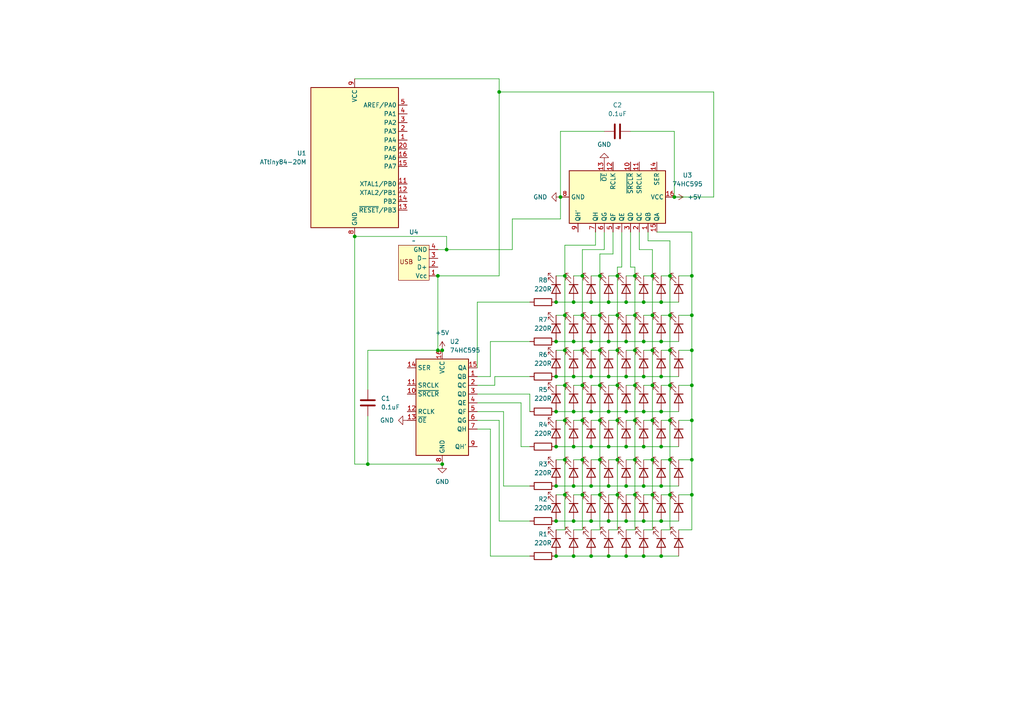
<source format=kicad_sch>
(kicad_sch (version 20231120) (generator "eeschema") (generator_version "8.0")
  (paper "A4")
  (lib_symbols
    (symbol "74xx:74HC595"
      (property "Reference" "U" (at -7.62 13.97 0))
      (property "Value" "74HC595" (at -7.62 -16.51 0))
      (symbol "74HC595_1_0"
        (pin tri_state line (at 10.16 7.62 180) (length 2.54) (name "QB") (number "1"))
        (pin input line (at -10.16 2.54 0) (length 2.54) (name "~{SRCLR}") (number "10"))
        (pin input line (at -10.16 5.08 0) (length 2.54) (name "SRCLK") (number "11"))
        (pin input line (at -10.16 -2.54 0) (length 2.54) (name "RCLK") (number "12"))
        (pin input line (at -10.16 -5.08 0) (length 2.54) (name "~{OE}") (number "13"))
        (pin input line (at -10.16 10.16 0) (length 2.54) (name "SER") (number "14"))
        (pin tri_state line (at 10.16 10.16 180) (length 2.54) (name "QA") (number "15"))
        (pin power_in line (at 0 15.24 270) (length 2.54) (name "VCC") (number "16"))
        (pin tri_state line (at 10.16 5.08 180) (length 2.54) (name "QC") (number "2"))
        (pin tri_state line (at 10.16 2.54 180) (length 2.54) (name "QD") (number "3"))
        (pin tri_state line (at 10.16 0 180) (length 2.54) (name "QE") (number "4"))
        (pin tri_state line (at 10.16 -2.54 180) (length 2.54) (name "QF") (number "5"))
        (pin tri_state line (at 10.16 -5.08 180) (length 2.54) (name "QG") (number "6"))
        (pin tri_state line (at 10.16 -7.62 180) (length 2.54) (name "QH") (number "7"))
        (pin power_in line (at 0 -17.78 90) (length 2.54) (name "GND") (number "8"))
        (pin output line (at 10.16 -12.7 180) (length 2.54) (name "QH'") (number "9"))
      )
      (symbol "74HC595_1_1"
        (rectangle (start -7.62 12.7) (end 7.62 -15.24) (stroke (width 0.254)) (fill (type background)))
      )
    )
    (symbol "Device:C" (pin_numbers hide) (pin_names (offset 0.254))
      (property "Reference" "C" (at 0.635 2.54 0))
      (property "Value" "C" (at 0.635 -2.54 0))
      (symbol "C_0_1"
        (polyline (pts (xy -2.032 -0.762) (xy 2.032 -0.762)) (stroke (width 0.508)))
        (polyline (pts (xy -2.032 0.762) (xy 2.032 0.762)) (stroke (width 0.508)))
      )
      (symbol "C_1_1"
        (pin passive line (at 0 3.81 270) (length 2.794) (name "~") (number "1"))
        (pin passive line (at 0 -3.81 90) (length 2.794) (name "~") (number "2"))
      )
    )
    (symbol "Device:LED" (pin_numbers hide) (pin_names (offset 1.016) hide)
      (property "Reference" "D" (at 0 2.54 0))
      (property "Value" "LED" (at 0 -2.54 0))
      (symbol "LED_0_1"
        (polyline (pts (xy -1.27 -1.27) (xy -1.27 1.27)) (stroke (width 0.254)))
        (polyline (pts (xy -1.27 0) (xy 1.27 0)))
        (polyline (pts (xy 1.27 -1.27) (xy 1.27 1.27) (xy -1.27 0) (xy 1.27 -1.27)) (stroke (width 0.254)))
        (polyline (pts (xy -3.048 -0.762) (xy -4.572 -2.286) (xy -3.81 -2.286) (xy -4.572 -2.286) (xy -4.572 -1.524)))
        (polyline (pts (xy -1.778 -0.762) (xy -3.302 -2.286) (xy -2.54 -2.286) (xy -3.302 -2.286) (xy -3.302 -1.524)))
      )
      (symbol "LED_1_1"
        (pin passive line (at -3.81 0 0) (length 2.54) (name "K") (number "1"))
        (pin passive line (at 3.81 0 180) (length 2.54) (name "A") (number "2"))
      )
    )
    (symbol "Device:R" (pin_numbers hide) (pin_names (offset 0))
      (property "Reference" "R" (at 2.032 0 90))
      (property "Value" "R" (at 0 0 90))
      (symbol "R_0_1"
        (rectangle (start -1.016 -2.54) (end 1.016 2.54) (stroke (width 0.254)))
      )
      (symbol "R_1_1"
        (pin passive line (at 0 3.81 270) (length 1.27) (name "~") (number "1"))
        (pin passive line (at 0 -3.81 90) (length 1.27) (name "~") (number "2"))
      )
    )
    (symbol "MCU_Microchip_ATtiny:ATtiny84-20M"
      (property "Reference" "U" (at -12.7 21.59 0))
      (property "Value" "ATtiny84-20M" (at 2.54 -21.59 0))
      (symbol "ATtiny84-20M_0_1"
        (rectangle (start -12.7 -20.32) (end 12.7 20.32) (stroke (width 0.254)) (fill (type background)))
      )
      (symbol "ATtiny84-20M_1_1"
        (pin bidirectional line (at 15.24 5.08 180) (length 2.54) (name "PA4") (number "1"))
        (pin no_connect line (at -12.7 -10.16 0) (length 2.54) hide (name "NC") (number "10"))
        (pin bidirectional line (at 15.24 -7.62 180) (length 2.54) (name "XTAL1/PB0") (number "11"))
        (pin bidirectional line (at 15.24 -10.16 180) (length 2.54) (name "XTAL2/PB1") (number "12"))
        (pin bidirectional line (at 15.24 -15.24 180) (length 2.54) (name "~{RESET}/PB3") (number "13"))
        (pin bidirectional line (at 15.24 -12.7 180) (length 2.54) (name "PB2") (number "14"))
        (pin bidirectional line (at 15.24 -2.54 180) (length 2.54) (name "PA7") (number "15"))
        (pin bidirectional line (at 15.24 0 180) (length 2.54) (name "PA6") (number "16"))
        (pin no_connect line (at -12.7 -12.7 0) (length 2.54) hide (name "NC") (number "17"))
        (pin no_connect line (at -12.7 -15.24 0) (length 2.54) hide (name "NC") (number "18"))
        (pin no_connect line (at -12.7 -17.78 0) (length 2.54) hide (name "NC") (number "19"))
        (pin bidirectional line (at 15.24 7.62 180) (length 2.54) (name "PA3") (number "2"))
        (pin bidirectional line (at 15.24 2.54 180) (length 2.54) (name "PA5") (number "20"))
        (pin passive line (at 0 -22.86 90) (length 2.54) hide (name "GND") (number "21"))
        (pin bidirectional line (at 15.24 10.16 180) (length 2.54) (name "PA2") (number "3"))
        (pin bidirectional line (at 15.24 12.7 180) (length 2.54) (name "PA1") (number "4"))
        (pin bidirectional line (at 15.24 15.24 180) (length 2.54) (name "AREF/PA0") (number "5"))
        (pin no_connect line (at -12.7 -5.08 0) (length 2.54) hide (name "NC") (number "6"))
        (pin no_connect line (at -12.7 -7.62 0) (length 2.54) hide (name "NC") (number "7"))
        (pin power_in line (at 0 -22.86 90) (length 2.54) (name "GND") (number "8"))
        (pin power_in line (at 0 22.86 270) (length 2.54) (name "VCC") (number "9"))
      )
    )
    (symbol "MY_SYMBOL_LIBRARY:PCB_USB_CONN"
      (property "Reference" "U" (at 1.016 11.938 0))
      (symbol "PCB_USB_CONN_1_1"
        (rectangle (start 2.54 5.08) (end 11.43 -5.08) (fill (type background)))
        (text "USB" (at 9.144 -0.254 0) (effects (font (size 1.27 1.27))))
        (pin power_in line (at 0 3.81 0) (length 2.54) (name "Vcc") (number "1"))
        (pin bidirectional line (at 0 1.27 0) (length 2.54) (name "D+") (number "2"))
        (pin bidirectional line (at 0 -1.27 0) (length 2.54) (name "D-") (number "3"))
        (pin power_in line (at 0 -3.81 0) (length 2.54) (name "GND") (number "4"))
      )
    )
    (symbol "power:+5V" (power) (pin_numbers hide) (pin_names (offset 0) hide)
      (property "Value" "+5V" (at 0 3.556 0))
      (symbol "+5V_0_1"
        (polyline (pts (xy -0.762 1.27) (xy 0 2.54)))
        (polyline (pts (xy 0 0) (xy 0 2.54)))
        (polyline (pts (xy 0 2.54) (xy 0.762 1.27)))
      )
      (symbol "+5V_1_1"
        (pin power_in line (at 0 0 90) (length 0) (name "~") (number "1"))
      )
    )
    (symbol "power:GND" (power) (pin_numbers hide) (pin_names (offset 0) hide)
      (property "Value" "GND" (at 0 -3.81 0))
      (symbol "GND_0_1"
        (polyline (pts (xy 0 0) (xy 0 -1.27) (xy 1.27 -1.27) (xy 0 -2.54) (xy -1.27 -1.27) (xy 0 -1.27)))
      )
      (symbol "GND_1_1"
        (pin power_in line (at 0 0 270) (length 0) (name "~") (number "1"))
      )
    )
  )
  (junction (at 127 80.01))
  (junction (at 166.37 151.13))
  (junction (at 191.77 161.29))
  (junction (at 173.99 143.51))
  (junction (at 191.77 119.38))
  (junction (at 179.07 143.51))
  (junction (at 200.66 111.76))
  (junction (at 163.83 121.92))
  (junction (at 181.61 140.97))
  (junction (at 171.45 87.63))
  (junction (at 181.61 151.13))
  (junction (at 176.53 151.13))
  (junction (at 176.53 140.97))
  (junction (at 186.69 151.13))
  (junction (at 189.23 111.76))
  (junction (at 171.45 109.22))
  (junction (at 191.77 140.97))
  (junction (at 181.61 87.63))
  (junction (at 171.45 119.38))
  (junction (at 194.31 133.35))
  (junction (at 200.66 121.92))
  (junction (at 168.91 133.35))
  (junction (at 161.29 99.06))
  (junction (at 163.83 101.6))
  (junction (at 163.83 143.51))
  (junction (at 173.99 121.92))
  (junction (at 179.07 133.35))
  (junction (at 163.83 91.44))
  (junction (at 168.91 101.6))
  (junction (at 200.66 101.6))
  (junction (at 161.29 151.13))
  (junction (at 171.45 151.13))
  (junction (at 194.31 80.01))
  (junction (at 186.69 129.54))
  (junction (at 191.77 129.54))
  (junction (at 184.15 143.51))
  (junction (at 189.23 121.92))
  (junction (at 176.53 109.22))
  (junction (at 166.37 129.54))
  (junction (at 144.78 26.67))
  (junction (at 163.83 133.35))
  (junction (at 191.77 151.13))
  (junction (at 179.07 91.44))
  (junction (at 194.31 91.44))
  (junction (at 186.69 161.29))
  (junction (at 181.61 161.29))
  (junction (at 173.99 91.44))
  (junction (at 184.15 101.6))
  (junction (at 102.87 68.58))
  (junction (at 186.69 99.06))
  (junction (at 179.07 101.6))
  (junction (at 128.27 134.62))
  (junction (at 184.15 133.35))
  (junction (at 176.53 129.54))
  (junction (at 195.58 57.15))
  (junction (at 163.83 111.76))
  (junction (at 194.31 111.76))
  (junction (at 166.37 140.97))
  (junction (at 163.83 80.01))
  (junction (at 191.77 99.06))
  (junction (at 200.66 80.01))
  (junction (at 128.27 101.6))
  (junction (at 161.29 140.97))
  (junction (at 176.53 161.29))
  (junction (at 200.66 91.44))
  (junction (at 176.53 119.38))
  (junction (at 186.69 109.22))
  (junction (at 184.15 80.01))
  (junction (at 166.37 161.29))
  (junction (at 166.37 87.63))
  (junction (at 171.45 99.06))
  (junction (at 186.69 87.63))
  (junction (at 171.45 129.54))
  (junction (at 179.07 80.01))
  (junction (at 173.99 133.35))
  (junction (at 189.23 91.44))
  (junction (at 179.07 121.92))
  (junction (at 106.68 134.62))
  (junction (at 168.91 111.76))
  (junction (at 189.23 80.01))
  (junction (at 181.61 119.38))
  (junction (at 186.69 119.38))
  (junction (at 166.37 109.22))
  (junction (at 162.56 57.15))
  (junction (at 186.69 140.97))
  (junction (at 173.99 111.76))
  (junction (at 166.37 99.06))
  (junction (at 129.54 72.39))
  (junction (at 184.15 91.44))
  (junction (at 189.23 101.6))
  (junction (at 200.66 143.51))
  (junction (at 181.61 109.22))
  (junction (at 168.91 80.01))
  (junction (at 171.45 140.97))
  (junction (at 127 101.6))
  (junction (at 161.29 119.38))
  (junction (at 161.29 87.63))
  (junction (at 184.15 111.76))
  (junction (at 171.45 161.29))
  (junction (at 168.91 91.44))
  (junction (at 184.15 121.92))
  (junction (at 194.31 121.92))
  (junction (at 200.66 133.35))
  (junction (at 161.29 161.29))
  (junction (at 179.07 111.76))
  (junction (at 161.29 109.22))
  (junction (at 189.23 143.51))
  (junction (at 161.29 129.54))
  (junction (at 181.61 99.06))
  (junction (at 189.23 133.35))
  (junction (at 168.91 121.92))
  (junction (at 173.99 101.6))
  (junction (at 181.61 129.54))
  (junction (at 168.91 143.51))
  (junction (at 166.37 119.38))
  (junction (at 191.77 109.22))
  (junction (at 194.31 143.51))
  (junction (at 176.53 99.06))
  (junction (at 173.99 80.01))
  (junction (at 191.77 87.63))
  (junction (at 194.31 101.6))
  (junction (at 176.53 87.63))
  (wire (pts (xy 196.85 101.6) (xy 200.66 101.6)))
  (wire (pts (xy 194.31 91.44) (xy 194.31 101.6)))
  (wire (pts (xy 189.23 121.92) (xy 189.23 133.35)))
  (wire (pts (xy 181.61 140.97) (xy 186.69 140.97)))
  (wire (pts (xy 186.69 161.29) (xy 191.77 161.29)))
  (wire (pts (xy 138.43 109.22) (xy 142.24 109.22)))
  (wire (pts (xy 127 101.6) (xy 128.27 101.6)))
  (wire (pts (xy 166.37 143.51) (xy 168.91 143.51)))
  (wire (pts (xy 182.88 38.1) (xy 195.58 38.1)))
  (wire (pts (xy 184.15 80.01) (xy 184.15 91.44)))
  (wire (pts (xy 171.45 121.92) (xy 173.99 121.92)))
  (wire (pts (xy 166.37 80.01) (xy 168.91 80.01)))
  (wire (pts (xy 163.83 143.51) (xy 163.83 133.35)))
  (wire (pts (xy 142.24 109.22) (xy 142.24 99.06)))
  (wire (pts (xy 185.42 67.31) (xy 185.42 72.39)))
  (wire (pts (xy 191.77 151.13) (xy 196.85 151.13)))
  (wire (pts (xy 171.45 143.51) (xy 173.99 143.51)))
  (wire (pts (xy 200.66 67.31) (xy 200.66 80.01)))
  (wire (pts (xy 173.99 133.35) (xy 173.99 121.92)))
  (wire (pts (xy 181.61 161.29) (xy 186.69 161.29)))
  (wire (pts (xy 194.31 111.76) (xy 194.31 121.92)))
  (wire (pts (xy 161.29 161.29) (xy 166.37 161.29)))
  (wire (pts (xy 186.69 111.76) (xy 189.23 111.76)))
  (wire (pts (xy 196.85 133.35) (xy 200.66 133.35)))
  (wire (pts (xy 129.54 72.39) (xy 148.59 72.39)))
  (wire (pts (xy 189.23 153.67) (xy 186.69 153.67)))
  (wire (pts (xy 181.61 129.54) (xy 186.69 129.54)))
  (wire (pts (xy 189.23 133.35) (xy 189.23 143.51)))
  (wire (pts (xy 168.91 143.51) (xy 168.91 133.35)))
  (wire (pts (xy 189.23 111.76) (xy 189.23 121.92)))
  (wire (pts (xy 168.91 91.44) (xy 168.91 80.01)))
  (wire (pts (xy 148.59 63.5) (xy 162.56 63.5)))
  (wire (pts (xy 176.53 140.97) (xy 181.61 140.97)))
  (wire (pts (xy 207.01 57.15) (xy 195.58 57.15)))
  (wire (pts (xy 173.99 111.76) (xy 173.99 101.6)))
  (wire (pts (xy 196.85 80.01) (xy 200.66 80.01)))
  (wire (pts (xy 181.61 99.06) (xy 186.69 99.06)))
  (wire (pts (xy 171.45 99.06) (xy 176.53 99.06)))
  (wire (pts (xy 106.68 113.03) (xy 106.68 101.6)))
  (wire (pts (xy 106.68 120.65) (xy 106.68 134.62)))
  (wire (pts (xy 161.29 153.67) (xy 163.83 153.67)))
  (wire (pts (xy 161.29 119.38) (xy 166.37 119.38)))
  (wire (pts (xy 127 80.01) (xy 127 101.6)))
  (wire (pts (xy 186.69 140.97) (xy 191.77 140.97)))
  (wire (pts (xy 184.15 143.51) (xy 184.15 153.67)))
  (wire (pts (xy 173.99 73.66) (xy 173.99 80.01)))
  (wire (pts (xy 181.61 133.35) (xy 184.15 133.35)))
  (wire (pts (xy 194.31 80.01) (xy 194.31 91.44)))
  (wire (pts (xy 176.53 151.13) (xy 181.61 151.13)))
  (wire (pts (xy 161.29 101.6) (xy 163.83 101.6)))
  (wire (pts (xy 161.29 133.35) (xy 163.83 133.35)))
  (wire (pts (xy 177.8 67.31) (xy 177.8 73.66)))
  (wire (pts (xy 191.77 101.6) (xy 194.31 101.6)))
  (wire (pts (xy 181.61 111.76) (xy 184.15 111.76)))
  (wire (pts (xy 166.37 153.67) (xy 168.91 153.67)))
  (wire (pts (xy 187.96 69.85) (xy 194.31 69.85)))
  (wire (pts (xy 181.61 151.13) (xy 186.69 151.13)))
  (wire (pts (xy 179.07 111.76) (xy 179.07 101.6)))
  (wire (pts (xy 171.45 111.76) (xy 173.99 111.76)))
  (wire (pts (xy 161.29 121.92) (xy 163.83 121.92)))
  (wire (pts (xy 176.53 99.06) (xy 181.61 99.06)))
  (wire (pts (xy 166.37 161.29) (xy 171.45 161.29)))
  (wire (pts (xy 200.66 80.01) (xy 200.66 91.44)))
  (wire (pts (xy 179.07 101.6) (xy 179.07 91.44)))
  (wire (pts (xy 194.31 69.85) (xy 194.31 80.01)))
  (wire (pts (xy 168.91 121.92) (xy 168.91 111.76)))
  (wire (pts (xy 162.56 38.1) (xy 162.56 57.15)))
  (wire (pts (xy 181.61 87.63) (xy 186.69 87.63)))
  (wire (pts (xy 184.15 121.92) (xy 184.15 133.35)))
  (wire (pts (xy 182.88 77.47) (xy 182.88 67.31)))
  (wire (pts (xy 168.91 153.67) (xy 168.91 143.51)))
  (wire (pts (xy 102.87 22.86) (xy 144.78 22.86)))
  (wire (pts (xy 144.78 121.92) (xy 144.78 151.13)))
  (wire (pts (xy 207.01 26.67) (xy 207.01 57.15)))
  (wire (pts (xy 181.61 121.92) (xy 184.15 121.92)))
  (wire (pts (xy 138.43 116.84) (xy 151.13 116.84)))
  (wire (pts (xy 200.66 143.51) (xy 200.66 133.35)))
  (wire (pts (xy 162.56 63.5) (xy 162.56 57.15)))
  (wire (pts (xy 143.51 111.76) (xy 143.51 109.22)))
  (wire (pts (xy 146.05 140.97) (xy 153.67 140.97)))
  (wire (pts (xy 184.15 153.67) (xy 181.61 153.67)))
  (wire (pts (xy 200.66 101.6) (xy 200.66 91.44)))
  (wire (pts (xy 191.77 129.54) (xy 196.85 129.54)))
  (wire (pts (xy 176.53 109.22) (xy 181.61 109.22)))
  (wire (pts (xy 171.45 161.29) (xy 176.53 161.29)))
  (wire (pts (xy 176.53 153.67) (xy 179.07 153.67)))
  (wire (pts (xy 172.72 67.31) (xy 172.72 71.12)))
  (wire (pts (xy 146.05 119.38) (xy 146.05 140.97)))
  (wire (pts (xy 168.91 111.76) (xy 168.91 101.6)))
  (wire (pts (xy 161.29 87.63) (xy 166.37 87.63)))
  (wire (pts (xy 138.43 87.63) (xy 153.67 87.63)))
  (wire (pts (xy 173.99 153.67) (xy 173.99 143.51)))
  (wire (pts (xy 171.45 140.97) (xy 176.53 140.97)))
  (wire (pts (xy 186.69 109.22) (xy 191.77 109.22)))
  (wire (pts (xy 166.37 87.63) (xy 171.45 87.63)))
  (wire (pts (xy 191.77 153.67) (xy 194.31 153.67)))
  (wire (pts (xy 184.15 91.44) (xy 184.15 101.6)))
  (wire (pts (xy 186.69 151.13) (xy 191.77 151.13)))
  (wire (pts (xy 173.99 121.92) (xy 173.99 111.76)))
  (wire (pts (xy 196.85 121.92) (xy 200.66 121.92)))
  (wire (pts (xy 200.66 121.92) (xy 200.66 111.76)))
  (wire (pts (xy 102.87 68.58) (xy 129.54 68.58)))
  (wire (pts (xy 161.29 129.54) (xy 166.37 129.54)))
  (wire (pts (xy 161.29 143.51) (xy 163.83 143.51)))
  (wire (pts (xy 196.85 143.51) (xy 200.66 143.51)))
  (wire (pts (xy 142.24 161.29) (xy 153.67 161.29)))
  (wire (pts (xy 163.83 91.44) (xy 163.83 80.01)))
  (wire (pts (xy 106.68 134.62) (xy 102.87 134.62)))
  (wire (pts (xy 176.53 101.6) (xy 179.07 101.6)))
  (wire (pts (xy 142.24 124.46) (xy 142.24 161.29)))
  (wire (pts (xy 172.72 71.12) (xy 163.83 71.12)))
  (wire (pts (xy 194.31 133.35) (xy 194.31 143.51)))
  (wire (pts (xy 138.43 106.68) (xy 138.43 87.63)))
  (wire (pts (xy 191.77 109.22) (xy 196.85 109.22)))
  (wire (pts (xy 200.66 153.67) (xy 200.66 143.51)))
  (wire (pts (xy 173.99 143.51) (xy 173.99 133.35)))
  (wire (pts (xy 191.77 99.06) (xy 196.85 99.06)))
  (wire (pts (xy 138.43 119.38) (xy 146.05 119.38)))
  (wire (pts (xy 185.42 72.39) (xy 189.23 72.39)))
  (wire (pts (xy 161.29 151.13) (xy 166.37 151.13)))
  (wire (pts (xy 144.78 22.86) (xy 144.78 26.67)))
  (wire (pts (xy 194.31 101.6) (xy 194.31 111.76)))
  (wire (pts (xy 186.69 91.44) (xy 189.23 91.44)))
  (wire (pts (xy 200.66 111.76) (xy 200.66 101.6)))
  (wire (pts (xy 171.45 119.38) (xy 176.53 119.38)))
  (wire (pts (xy 189.23 91.44) (xy 189.23 101.6)))
  (wire (pts (xy 168.91 72.39) (xy 168.91 80.01)))
  (wire (pts (xy 179.07 121.92) (xy 179.07 111.76)))
  (wire (pts (xy 181.61 143.51) (xy 184.15 143.51)))
  (wire (pts (xy 138.43 121.92) (xy 144.78 121.92)))
  (wire (pts (xy 138.43 111.76) (xy 143.51 111.76)))
  (wire (pts (xy 176.53 133.35) (xy 179.07 133.35)))
  (wire (pts (xy 195.58 38.1) (xy 195.58 57.15)))
  (wire (pts (xy 184.15 101.6) (xy 184.15 111.76)))
  (wire (pts (xy 176.53 119.38) (xy 181.61 119.38)))
  (wire (pts (xy 129.54 68.58) (xy 129.54 72.39)))
  (wire (pts (xy 173.99 91.44) (xy 173.99 80.01)))
  (wire (pts (xy 191.77 121.92) (xy 194.31 121.92)))
  (wire (pts (xy 166.37 91.44) (xy 168.91 91.44)))
  (wire (pts (xy 184.15 77.47) (xy 182.88 77.47)))
  (wire (pts (xy 184.15 133.35) (xy 184.15 143.51)))
  (wire (pts (xy 166.37 129.54) (xy 171.45 129.54)))
  (wire (pts (xy 189.23 72.39) (xy 189.23 80.01)))
  (wire (pts (xy 166.37 109.22) (xy 171.45 109.22)))
  (wire (pts (xy 127 72.39) (xy 129.54 72.39)))
  (wire (pts (xy 142.24 99.06) (xy 153.67 99.06)))
  (wire (pts (xy 166.37 101.6) (xy 168.91 101.6)))
  (wire (pts (xy 181.61 91.44) (xy 184.15 91.44)))
  (wire (pts (xy 163.83 111.76) (xy 163.83 101.6)))
  (wire (pts (xy 171.45 87.63) (xy 176.53 87.63)))
  (wire (pts (xy 166.37 121.92) (xy 168.91 121.92)))
  (wire (pts (xy 168.91 133.35) (xy 168.91 121.92)))
  (wire (pts (xy 179.07 133.35) (xy 179.07 121.92)))
  (wire (pts (xy 191.77 111.76) (xy 194.31 111.76)))
  (wire (pts (xy 175.26 72.39) (xy 168.91 72.39)))
  (wire (pts (xy 171.45 129.54) (xy 176.53 129.54)))
  (wire (pts (xy 144.78 26.67) (xy 207.01 26.67)))
  (wire (pts (xy 186.69 143.51) (xy 189.23 143.51)))
  (wire (pts (xy 186.69 121.92) (xy 189.23 121.92)))
  (wire (pts (xy 194.31 143.51) (xy 194.31 153.67)))
  (wire (pts (xy 186.69 99.06) (xy 191.77 99.06)))
  (wire (pts (xy 161.29 111.76) (xy 163.83 111.76)))
  (wire (pts (xy 163.83 153.67) (xy 163.83 143.51)))
  (wire (pts (xy 166.37 111.76) (xy 168.91 111.76)))
  (wire (pts (xy 175.26 38.1) (xy 162.56 38.1)))
  (wire (pts (xy 153.67 114.3) (xy 153.67 119.38)))
  (wire (pts (xy 181.61 119.38) (xy 186.69 119.38)))
  (wire (pts (xy 166.37 151.13) (xy 171.45 151.13)))
  (wire (pts (xy 151.13 116.84) (xy 151.13 129.54)))
  (wire (pts (xy 200.66 133.35) (xy 200.66 121.92)))
  (wire (pts (xy 176.53 121.92) (xy 179.07 121.92)))
  (wire (pts (xy 186.69 101.6) (xy 189.23 101.6)))
  (wire (pts (xy 171.45 153.67) (xy 173.99 153.67)))
  (wire (pts (xy 196.85 153.67) (xy 200.66 153.67)))
  (wire (pts (xy 176.53 129.54) (xy 181.61 129.54)))
  (wire (pts (xy 144.78 151.13) (xy 153.67 151.13)))
  (wire (pts (xy 189.23 143.51) (xy 189.23 153.67)))
  (wire (pts (xy 181.61 109.22) (xy 186.69 109.22)))
  (wire (pts (xy 191.77 87.63) (xy 196.85 87.63)))
  (wire (pts (xy 176.53 91.44) (xy 179.07 91.44)))
  (wire (pts (xy 191.77 143.51) (xy 194.31 143.51)))
  (wire (pts (xy 191.77 133.35) (xy 194.31 133.35)))
  (wire (pts (xy 106.68 101.6) (xy 127 101.6)))
  (wire (pts (xy 128.27 134.62) (xy 106.68 134.62)))
  (wire (pts (xy 191.77 161.29) (xy 196.85 161.29)))
  (wire (pts (xy 186.69 87.63) (xy 191.77 87.63)))
  (wire (pts (xy 173.99 101.6) (xy 173.99 91.44)))
  (wire (pts (xy 171.45 80.01) (xy 173.99 80.01)))
  (wire (pts (xy 179.07 143.51) (xy 179.07 133.35)))
  (wire (pts (xy 127 80.01) (xy 144.78 80.01)))
  (wire (pts (xy 166.37 140.97) (xy 171.45 140.97)))
  (wire (pts (xy 144.78 80.01) (xy 144.78 26.67)))
  (wire (pts (xy 176.53 80.01) (xy 179.07 80.01)))
  (wire (pts (xy 143.51 109.22) (xy 153.67 109.22)))
  (wire (pts (xy 177.8 73.66) (xy 173.99 73.66)))
  (wire (pts (xy 186.69 129.54) (xy 191.77 129.54)))
  (wire (pts (xy 190.5 67.31) (xy 200.66 67.31)))
  (wire (pts (xy 191.77 91.44) (xy 194.31 91.44)))
  (wire (pts (xy 186.69 119.38) (xy 191.77 119.38)))
  (wire (pts (xy 166.37 99.06) (xy 171.45 99.06)))
  (wire (pts (xy 180.34 67.31) (xy 180.34 77.47)))
  (wire (pts (xy 171.45 109.22) (xy 176.53 109.22)))
  (wire (pts (xy 186.69 80.01) (xy 189.23 80.01)))
  (wire (pts (xy 171.45 91.44) (xy 173.99 91.44)))
  (wire (pts (xy 184.15 77.47) (xy 184.15 80.01)))
  (wire (pts (xy 163.83 121.92) (xy 163.83 111.76)))
  (wire (pts (xy 189.23 80.01) (xy 189.23 91.44)))
  (wire (pts (xy 179.07 153.67) (xy 179.07 143.51)))
  (wire (pts (xy 196.85 111.76) (xy 200.66 111.76)))
  (wire (pts (xy 186.69 133.35) (xy 189.23 133.35)))
  (wire (pts (xy 176.53 87.63) (xy 181.61 87.63)))
  (wire (pts (xy 102.87 134.62) (xy 102.87 68.58)))
  (wire (pts (xy 166.37 119.38) (xy 171.45 119.38)))
  (wire (pts (xy 171.45 151.13) (xy 176.53 151.13)))
  (wire (pts (xy 181.61 101.6) (xy 184.15 101.6)))
  (wire (pts (xy 161.29 140.97) (xy 166.37 140.97)))
  (wire (pts (xy 163.83 71.12) (xy 163.83 80.01)))
  (wire (pts (xy 176.53 111.76) (xy 179.07 111.76)))
  (wire (pts (xy 161.29 109.22) (xy 166.37 109.22)))
  (wire (pts (xy 161.29 99.06) (xy 166.37 99.06)))
  (wire (pts (xy 187.96 67.31) (xy 187.96 69.85)))
  (wire (pts (xy 148.59 72.39) (xy 148.59 63.5)))
  (wire (pts (xy 151.13 129.54) (xy 153.67 129.54)))
  (wire (pts (xy 161.29 91.44) (xy 163.83 91.44)))
  (wire (pts (xy 176.53 143.51) (xy 179.07 143.51)))
  (wire (pts (xy 171.45 101.6) (xy 173.99 101.6)))
  (wire (pts (xy 191.77 119.38) (xy 196.85 119.38)))
  (wire (pts (xy 163.83 133.35) (xy 163.83 121.92)))
  (wire (pts (xy 171.45 133.35) (xy 173.99 133.35)))
  (wire (pts (xy 191.77 80.01) (xy 194.31 80.01)))
  (wire (pts (xy 138.43 114.3) (xy 153.67 114.3)))
  (wire (pts (xy 176.53 161.29) (xy 181.61 161.29)))
  (wire (pts (xy 175.26 67.31) (xy 175.26 72.39)))
  (wire (pts (xy 191.77 140.97) (xy 196.85 140.97)))
  (wire (pts (xy 138.43 124.46) (xy 142.24 124.46)))
  (wire (pts (xy 179.07 91.44) (xy 179.07 80.01)))
  (wire (pts (xy 180.34 77.47) (xy 179.07 77.47)))
  (wire (pts (xy 166.37 133.35) (xy 168.91 133.35)))
  (wire (pts (xy 161.29 80.01) (xy 163.83 80.01)))
  (wire (pts (xy 168.91 101.6) (xy 168.91 91.44)))
  (wire (pts (xy 196.85 91.44) (xy 200.66 91.44)))
  (wire (pts (xy 179.07 77.47) (xy 179.07 80.01)))
  (wire (pts (xy 163.83 101.6) (xy 163.83 91.44)))
  (wire (pts (xy 194.31 121.92) (xy 194.31 133.35)))
  (wire (pts (xy 189.23 101.6) (xy 189.23 111.76)))
  (wire (pts (xy 181.61 80.01) (xy 184.15 80.01)))
  (wire (pts (xy 184.15 111.76) (xy 184.15 121.92)))
  (symbol (lib_id "Device:LED") (at 196.85 83.82 270) (unit 1)
    (property "Reference" "D8" (effects (hide yes)))
    (property "Value" "LED" (effects (hide yes)))
    (property "Footprint" "LED_SMD:LED_1206_3216Metric" (effects (hide yes)))
    (property "Datasheet" "https://mm.digikey.com/Volume0/opasdata/d220001/medias/docus/5554/CTL1206DRD3T.pdf" (effects (hide yes)))
    (property "Description" "Light emitting diode" (effects (hide yes)))
  )
  (symbol (lib_id "Device:LED") (at 161.29 137.16 270) (unit 1)
    (property "Reference" "D41" (effects (hide yes)))
    (property "Value" "LED" (effects (hide yes)))
    (property "Footprint" "LED_SMD:LED_1206_3216Metric" (effects (hide yes)))
    (property "Datasheet" "https://mm.digikey.com/Volume0/opasdata/d220001/medias/docus/5554/CTL1206DRD3T.pdf" (effects (hide yes)))
    (property "Description" "Light emitting diode" (effects (hide yes)))
  )
  (symbol (lib_id "Device:LED") (at 186.69 115.57 270) (unit 1)
    (property "Reference" "D30" (effects (hide yes)))
    (property "Value" "LED" (effects (hide yes)))
    (property "Footprint" "LED_SMD:LED_1206_3216Metric" (effects (hide yes)))
    (property "Datasheet" "https://mm.digikey.com/Volume0/opasdata/d220001/medias/docus/5554/CTL1206DRD3T.pdf" (effects (hide yes)))
    (property "Description" "Light emitting diode" (effects (hide yes)))
  )
  (symbol (lib_id "Device:LED") (at 171.45 115.57 270) (unit 1)
    (property "Reference" "D27" (effects (hide yes)))
    (property "Value" "LED" (effects (hide yes)))
    (property "Footprint" "LED_SMD:LED_1206_3216Metric" (effects (hide yes)))
    (property "Datasheet" "https://mm.digikey.com/Volume0/opasdata/d220001/medias/docus/5554/CTL1206DRD3T.pdf" (effects (hide yes)))
    (property "Description" "Light emitting diode" (effects (hide yes)))
  )
  (symbol (lib_id "Device:LED") (at 181.61 95.25 270) (unit 1)
    (property "Reference" "D13" (effects (hide yes)))
    (property "Value" "LED" (effects (hide yes)))
    (property "Footprint" "LED_SMD:LED_1206_3216Metric" (effects (hide yes)))
    (property "Datasheet" "https://mm.digikey.com/Volume0/opasdata/d220001/medias/docus/5554/CTL1206DRD3T.pdf" (effects (hide yes)))
    (property "Description" "Light emitting diode" (effects (hide yes)))
  )
  (symbol (lib_id "Device:LED") (at 171.45 157.48 270) (unit 1)
    (property "Reference" "D59" (effects (hide yes)))
    (property "Value" "LED" (effects (hide yes)))
    (property "Footprint" "LED_SMD:LED_1206_3216Metric" (effects (hide yes)))
    (property "Datasheet" "https://mm.digikey.com/Volume0/opasdata/d220001/medias/docus/5554/CTL1206DRD3T.pdf" (effects (hide yes)))
    (property "Description" "Light emitting diode" (effects (hide yes)))
  )
  (symbol (lib_id "power:GND") (at 128.27 134.62 0) (unit 1)
    (property "Reference" "#PWR02" (effects (hide yes)))
    (property "Value" "GND" (at 128.27 139.7 0))
    (property "Description" "Power symbol creates a global label with name \"GND\" , ground" (effects (hide yes)))
  )
  (symbol (lib_id "Device:LED") (at 181.61 83.82 270) (unit 1)
    (property "Reference" "D5" (effects (hide yes)))
    (property "Value" "LED" (effects (hide yes)))
    (property "Footprint" "LED_SMD:LED_1206_3216Metric" (effects (hide yes)))
    (property "Datasheet" "https://mm.digikey.com/Volume0/opasdata/d220001/medias/docus/5554/CTL1206DRD3T.pdf" (effects (hide yes)))
    (property "Description" "Light emitting diode" (effects (hide yes)))
  )
  (symbol (lib_id "power:GND") (at 162.56 57.15 270) (unit 1)
    (property "Reference" "#PWR03" (effects (hide yes)))
    (property "Value" "GND" (at 158.75 57.1499 90) (effects (justify right)))
    (property "Description" "Power symbol creates a global label with name \"GND\" , ground" (effects (hide yes)))
  )
  (symbol (lib_id "Device:LED") (at 196.85 105.41 270) (unit 1)
    (property "Reference" "D24" (effects (hide yes)))
    (property "Value" "LED" (effects (hide yes)))
    (property "Footprint" "LED_SMD:LED_1206_3216Metric" (effects (hide yes)))
    (property "Datasheet" "https://mm.digikey.com/Volume0/opasdata/d220001/medias/docus/5554/CTL1206DRD3T.pdf" (effects (hide yes)))
    (property "Description" "Light emitting diode" (effects (hide yes)))
  )
  (symbol (lib_id "MY_SYMBOL_LIBRARY:PCB_USB_CONN") (at 127 76.2 180) (unit 1)
    (property "Reference" "U4" (at 120.015 67.31 0))
    (property "Value" "~" (at 120.015 69.85 0))
    (property "Footprint" "MY_FOOTPRINT_LIBRARY:PSB_USB_CONN" (effects (hide yes)))
  )
  (symbol (lib_id "Device:LED") (at 191.77 157.48 270) (unit 1)
    (property "Reference" "D63" (effects (hide yes)))
    (property "Value" "LED" (effects (hide yes)))
    (property "Footprint" "LED_SMD:LED_1206_3216Metric" (effects (hide yes)))
    (property "Datasheet" "https://mm.digikey.com/Volume0/opasdata/d220001/medias/docus/5554/CTL1206DRD3T.pdf" (effects (hide yes)))
    (property "Description" "Light emitting diode" (effects (hide yes)))
  )
  (symbol (lib_id "Device:LED") (at 161.29 157.48 270) (unit 1)
    (property "Reference" "D57" (effects (hide yes)))
    (property "Value" "LED" (effects (hide yes)))
    (property "Footprint" "LED_SMD:LED_1206_3216Metric" (effects (hide yes)))
    (property "Datasheet" "https://mm.digikey.com/Volume0/opasdata/d220001/medias/docus/5554/CTL1206DRD3T.pdf" (effects (hide yes)))
    (property "Description" "Light emitting diode" (effects (hide yes)))
  )
  (symbol (lib_id "74xx:74HC595") (at 180.34 57.15 270) (unit 1)
    (property "Reference" "U3" (at 199.39 50.8314 90))
    (property "Value" "74HC595" (at 199.39 53.3714 90))
    (property "Footprint" "Package_SO:SOIC-16_3.9x9.9mm_P1.27mm" (effects (hide yes)))
    (property "Datasheet" "http://www.ti.com/lit/ds/symlink/sn74hc595.pdf" (effects (hide yes)))
    (property "Description" "8-bit serial in/out Shift Register 3-State Outputs" (effects (hide yes)))
  )
  (symbol (lib_id "Device:LED") (at 196.85 95.25 270) (unit 1)
    (property "Reference" "D16" (effects (hide yes)))
    (property "Value" "LED" (effects (hide yes)))
    (property "Footprint" "LED_SMD:LED_1206_3216Metric" (effects (hide yes)))
    (property "Datasheet" "https://mm.digikey.com/Volume0/opasdata/d220001/medias/docus/5554/CTL1206DRD3T.pdf" (effects (hide yes)))
    (property "Description" "Light emitting diode" (effects (hide yes)))
  )
  (symbol (lib_id "Device:LED") (at 176.53 105.41 270) (unit 1)
    (property "Reference" "D20" (effects (hide yes)))
    (property "Value" "LED" (effects (hide yes)))
    (property "Footprint" "LED_SMD:LED_1206_3216Metric" (effects (hide yes)))
    (property "Datasheet" "https://mm.digikey.com/Volume0/opasdata/d220001/medias/docus/5554/CTL1206DRD3T.pdf" (effects (hide yes)))
    (property "Description" "Light emitting diode" (effects (hide yes)))
  )
  (symbol (lib_id "Device:LED") (at 176.53 115.57 270) (unit 1)
    (property "Reference" "D28" (effects (hide yes)))
    (property "Value" "LED" (effects (hide yes)))
    (property "Footprint" "LED_SMD:LED_1206_3216Metric" (effects (hide yes)))
    (property "Datasheet" "https://mm.digikey.com/Volume0/opasdata/d220001/medias/docus/5554/CTL1206DRD3T.pdf" (effects (hide yes)))
    (property "Description" "Light emitting diode" (effects (hide yes)))
  )
  (symbol (lib_id "Device:R") (at 157.48 161.29 90) (unit 1)
    (property "Reference" "R1" (at 157.48 154.94 90))
    (property "Value" "220R" (at 157.48 157.48 90))
    (property "Footprint" "Resistor_SMD:R_1206_3216Metric" (effects (hide yes)))
    (property "Description" "Resistor" (effects (hide yes)))
  )
  (symbol (lib_id "Device:LED") (at 176.53 147.32 270) (unit 1)
    (property "Reference" "D52" (effects (hide yes)))
    (property "Value" "LED" (effects (hide yes)))
    (property "Footprint" "LED_SMD:LED_1206_3216Metric" (effects (hide yes)))
    (property "Datasheet" "https://mm.digikey.com/Volume0/opasdata/d220001/medias/docus/5554/CTL1206DRD3T.pdf" (effects (hide yes)))
    (property "Description" "Light emitting diode" (effects (hide yes)))
  )
  (symbol (lib_id "Device:R") (at 157.48 87.63 90) (unit 1)
    (property "Reference" "R8" (at 157.48 81.28 90))
    (property "Value" "220R" (at 157.48 83.82 90))
    (property "Footprint" "Resistor_SMD:R_1206_3216Metric" (effects (hide yes)))
    (property "Description" "Resistor" (effects (hide yes)))
  )
  (symbol (lib_id "Device:R") (at 157.48 119.38 90) (unit 1)
    (property "Reference" "R5" (at 157.48 113.03 90))
    (property "Value" "220R" (at 157.48 115.57 90))
    (property "Footprint" "Resistor_SMD:R_1206_3216Metric" (effects (hide yes)))
    (property "Description" "Resistor" (effects (hide yes)))
  )
  (symbol (lib_id "Device:LED") (at 176.53 137.16 270) (unit 1)
    (property "Reference" "D44" (effects (hide yes)))
    (property "Value" "LED" (effects (hide yes)))
    (property "Footprint" "LED_SMD:LED_1206_3216Metric" (effects (hide yes)))
    (property "Datasheet" "https://mm.digikey.com/Volume0/opasdata/d220001/medias/docus/5554/CTL1206DRD3T.pdf" (effects (hide yes)))
    (property "Description" "Light emitting diode" (effects (hide yes)))
  )
  (symbol (lib_id "Device:LED") (at 181.61 105.41 270) (unit 1)
    (property "Reference" "D21" (effects (hide yes)))
    (property "Value" "LED" (effects (hide yes)))
    (property "Footprint" "LED_SMD:LED_1206_3216Metric" (effects (hide yes)))
    (property "Datasheet" "https://mm.digikey.com/Volume0/opasdata/d220001/medias/docus/5554/CTL1206DRD3T.pdf" (effects (hide yes)))
    (property "Description" "Light emitting diode" (effects (hide yes)))
  )
  (symbol (lib_id "Device:LED") (at 191.77 95.25 270) (unit 1)
    (property "Reference" "D15" (effects (hide yes)))
    (property "Value" "LED" (effects (hide yes)))
    (property "Footprint" "LED_SMD:LED_1206_3216Metric" (effects (hide yes)))
    (property "Datasheet" "https://mm.digikey.com/Volume0/opasdata/d220001/medias/docus/5554/CTL1206DRD3T.pdf" (effects (hide yes)))
    (property "Description" "Light emitting diode" (effects (hide yes)))
  )
  (symbol (lib_id "Device:LED") (at 191.77 137.16 270) (unit 1)
    (property "Reference" "D47" (effects (hide yes)))
    (property "Value" "LED" (effects (hide yes)))
    (property "Footprint" "LED_SMD:LED_1206_3216Metric" (effects (hide yes)))
    (property "Datasheet" "https://mm.digikey.com/Volume0/opasdata/d220001/medias/docus/5554/CTL1206DRD3T.pdf" (effects (hide yes)))
    (property "Description" "Light emitting diode" (effects (hide yes)))
  )
  (symbol (lib_id "Device:LED") (at 166.37 115.57 270) (unit 1)
    (property "Reference" "D26" (effects (hide yes)))
    (property "Value" "LED" (effects (hide yes)))
    (property "Footprint" "LED_SMD:LED_1206_3216Metric" (effects (hide yes)))
    (property "Datasheet" "https://mm.digikey.com/Volume0/opasdata/d220001/medias/docus/5554/CTL1206DRD3T.pdf" (effects (hide yes)))
    (property "Description" "Light emitting diode" (effects (hide yes)))
  )
  (symbol (lib_id "Device:R") (at 157.48 109.22 90) (unit 1)
    (property "Reference" "R6" (at 157.48 102.87 90))
    (property "Value" "220R" (at 157.48 105.41 90))
    (property "Footprint" "Resistor_SMD:R_1206_3216Metric" (effects (hide yes)))
    (property "Description" "Resistor" (effects (hide yes)))
  )
  (symbol (lib_id "Device:R") (at 157.48 99.06 90) (unit 1)
    (property "Reference" "R7" (at 157.48 92.71 90))
    (property "Value" "220R" (at 157.48 95.25 90))
    (property "Footprint" "Resistor_SMD:R_1206_3216Metric" (effects (hide yes)))
    (property "Description" "Resistor" (effects (hide yes)))
  )
  (symbol (lib_id "power:GND") (at 175.26 46.99 180) (unit 1)
    (property "Reference" "#PWR06" (effects (hide yes)))
    (property "Value" "GND" (at 175.26 41.91 0))
    (property "Description" "Power symbol creates a global label with name \"GND\" , ground" (effects (hide yes)))
  )
  (symbol (lib_id "power:+5V") (at 128.27 101.6 0) (unit 1)
    (property "Reference" "#PWR05" (effects (hide yes)))
    (property "Value" "+5V" (at 128.27 96.52 0))
    (property "Description" "Power symbol creates a global label with name \"+5V\"" (effects (hide yes)))
  )
  (symbol (lib_id "Device:LED") (at 191.77 83.82 270) (unit 1)
    (property "Reference" "D7" (effects (hide yes)))
    (property "Value" "LED" (effects (hide yes)))
    (property "Footprint" "LED_SMD:LED_1206_3216Metric" (effects (hide yes)))
    (property "Datasheet" "https://mm.digikey.com/Volume0/opasdata/d220001/medias/docus/5554/CTL1206DRD3T.pdf" (effects (hide yes)))
    (property "Description" "Light emitting diode" (effects (hide yes)))
  )
  (symbol (lib_id "MCU_Microchip_ATtiny:ATtiny84-20M") (at 102.87 45.72 0) (unit 1)
    (property "Reference" "U1" (at 88.9 44.4499 0) (effects (justify right)))
    (property "Value" "ATtiny84-20M" (at 88.9 46.9899 0) (effects (justify right)))
    (property "Footprint" "Package_DFN_QFN:QFN-20-1EP_4x4mm_P0.5mm_EP2.6x2.6mm" (effects (hide yes)))
    (property "Datasheet" "http://ww1.microchip.com/downloads/en/DeviceDoc/doc8006.pdf" (effects (hide yes)))
    (property "Description" "20MHz, 8kB Flash, 512B SRAM, 512B EEPROM, debugWIRE, QFN-20" (effects (hide yes)))
  )
  (symbol (lib_id "Device:LED") (at 171.45 147.32 270) (unit 1)
    (property "Reference" "D51" (effects (hide yes)))
    (property "Value" "LED" (effects (hide yes)))
    (property "Footprint" "LED_SMD:LED_1206_3216Metric" (effects (hide yes)))
    (property "Datasheet" "https://mm.digikey.com/Volume0/opasdata/d220001/medias/docus/5554/CTL1206DRD3T.pdf" (effects (hide yes)))
    (property "Description" "Light emitting diode" (effects (hide yes)))
  )
  (symbol (lib_id "Device:LED") (at 166.37 157.48 270) (unit 1)
    (property "Reference" "D58" (effects (hide yes)))
    (property "Value" "LED" (effects (hide yes)))
    (property "Footprint" "LED_SMD:LED_1206_3216Metric" (effects (hide yes)))
    (property "Datasheet" "https://mm.digikey.com/Volume0/opasdata/d220001/medias/docus/5554/CTL1206DRD3T.pdf" (effects (hide yes)))
    (property "Description" "Light emitting diode" (effects (hide yes)))
  )
  (symbol (lib_id "Device:R") (at 157.48 140.97 90) (unit 1)
    (property "Reference" "R3" (at 157.48 134.62 90))
    (property "Value" "220R" (at 157.48 137.16 90))
    (property "Footprint" "Resistor_SMD:R_1206_3216Metric" (effects (hide yes)))
    (property "Description" "Resistor" (effects (hide yes)))
  )
  (symbol (lib_id "Device:LED") (at 161.29 83.82 270) (unit 1)
    (property "Reference" "D1" (effects (hide yes)))
    (property "Value" "LED" (effects (hide yes)))
    (property "Footprint" "LED_SMD:LED_1206_3216Metric" (effects (hide yes)))
    (property "Datasheet" "https://mm.digikey.com/Volume0/opasdata/d220001/medias/docus/5554/CTL1206DRD3T.pdf" (effects (hide yes)))
    (property "Description" "Light emitting diode" (effects (hide yes)))
  )
  (symbol (lib_id "Device:LED") (at 196.85 125.73 270) (unit 1)
    (property "Reference" "D40" (effects (hide yes)))
    (property "Value" "LED" (effects (hide yes)))
    (property "Footprint" "LED_SMD:LED_1206_3216Metric" (effects (hide yes)))
    (property "Datasheet" "https://mm.digikey.com/Volume0/opasdata/d220001/medias/docus/5554/CTL1206DRD3T.pdf" (effects (hide yes)))
    (property "Description" "Light emitting diode" (effects (hide yes)))
  )
  (symbol (lib_id "Device:LED") (at 176.53 83.82 270) (unit 1)
    (property "Reference" "D4" (effects (hide yes)))
    (property "Value" "LED" (effects (hide yes)))
    (property "Footprint" "LED_SMD:LED_1206_3216Metric" (effects (hide yes)))
    (property "Datasheet" "https://mm.digikey.com/Volume0/opasdata/d220001/medias/docus/5554/CTL1206DRD3T.pdf" (effects (hide yes)))
    (property "Description" "Light emitting diode" (effects (hide yes)))
  )
  (symbol (lib_id "Device:LED") (at 186.69 157.48 270) (unit 1)
    (property "Reference" "D62" (effects (hide yes)))
    (property "Value" "LED" (effects (hide yes)))
    (property "Footprint" "LED_SMD:LED_1206_3216Metric" (effects (hide yes)))
    (property "Datasheet" "https://mm.digikey.com/Volume0/opasdata/d220001/medias/docus/5554/CTL1206DRD3T.pdf" (effects (hide yes)))
    (property "Description" "Light emitting diode" (effects (hide yes)))
  )
  (symbol (lib_id "Device:LED") (at 186.69 147.32 270) (unit 1)
    (property "Reference" "D54" (effects (hide yes)))
    (property "Value" "LED" (effects (hide yes)))
    (property "Footprint" "LED_SMD:LED_1206_3216Metric" (effects (hide yes)))
    (property "Datasheet" "https://mm.digikey.com/Volume0/opasdata/d220001/medias/docus/5554/CTL1206DRD3T.pdf" (effects (hide yes)))
    (property "Description" "Light emitting diode" (effects (hide yes)))
  )
  (symbol (lib_id "power:+5V") (at 195.58 57.15 270) (unit 1)
    (property "Reference" "#PWR04" (effects (hide yes)))
    (property "Value" "+5V" (at 199.39 57.1499 90) (effects (justify left)))
    (property "Description" "Power symbol creates a global label with name \"+5V\"" (effects (hide yes)))
  )
  (symbol (lib_id "Device:R") (at 157.48 151.13 90) (unit 1)
    (property "Reference" "R2" (at 157.48 144.78 90))
    (property "Value" "220R" (at 157.48 147.32 90))
    (property "Footprint" "Resistor_SMD:R_1206_3216Metric" (effects (hide yes)))
    (property "Description" "Resistor" (effects (hide yes)))
  )
  (symbol (lib_id "Device:LED") (at 186.69 95.25 270) (unit 1)
    (property "Reference" "D14" (effects (hide yes)))
    (property "Value" "LED" (effects (hide yes)))
    (property "Footprint" "LED_SMD:LED_1206_3216Metric" (effects (hide yes)))
    (property "Datasheet" "https://mm.digikey.com/Volume0/opasdata/d220001/medias/docus/5554/CTL1206DRD3T.pdf" (effects (hide yes)))
    (property "Description" "Light emitting diode" (effects (hide yes)))
  )
  (symbol (lib_id "Device:LED") (at 181.61 115.57 270) (unit 1)
    (property "Reference" "D29" (effects (hide yes)))
    (property "Value" "LED" (effects (hide yes)))
    (property "Footprint" "LED_SMD:LED_1206_3216Metric" (effects (hide yes)))
    (property "Datasheet" "https://mm.digikey.com/Volume0/opasdata/d220001/medias/docus/5554/CTL1206DRD3T.pdf" (effects (hide yes)))
    (property "Description" "Light emitting diode" (effects (hide yes)))
  )
  (symbol (lib_id "Device:LED") (at 181.61 157.48 270) (unit 1)
    (property "Reference" "D61" (effects (hide yes)))
    (property "Value" "LED" (effects (hide yes)))
    (property "Footprint" "LED_SMD:LED_1206_3216Metric" (effects (hide yes)))
    (property "Datasheet" "https://mm.digikey.com/Volume0/opasdata/d220001/medias/docus/5554/CTL1206DRD3T.pdf" (effects (hide yes)))
    (property "Description" "Light emitting diode" (effects (hide yes)))
  )
  (symbol (lib_id "Device:LED") (at 196.85 137.16 270) (unit 1)
    (property "Reference" "D48" (effects (hide yes)))
    (property "Value" "LED" (effects (hide yes)))
    (property "Footprint" "LED_SMD:LED_1206_3216Metric" (effects (hide yes)))
    (property "Datasheet" "https://mm.digikey.com/Volume0/opasdata/d220001/medias/docus/5554/CTL1206DRD3T.pdf" (effects (hide yes)))
    (property "Description" "Light emitting diode" (effects (hide yes)))
  )
  (symbol (lib_id "Device:LED") (at 181.61 125.73 270) (unit 1)
    (property "Reference" "D37" (effects (hide yes)))
    (property "Value" "LED" (effects (hide yes)))
    (property "Footprint" "LED_SMD:LED_1206_3216Metric" (effects (hide yes)))
    (property "Datasheet" "https://mm.digikey.com/Volume0/opasdata/d220001/medias/docus/5554/CTL1206DRD3T.pdf" (effects (hide yes)))
    (property "Description" "Light emitting diode" (effects (hide yes)))
  )
  (symbol (lib_id "Device:C") (at 106.68 116.84 0) (unit 1)
    (property "Reference" "C1" (at 110.49 115.5699 0) (effects (justify left)))
    (property "Value" "0.1uF" (at 110.49 118.1099 0) (effects (justify left)))
    (property "Footprint" "Capacitor_SMD:C_1206_3216Metric" (effects (hide yes)))
    (property "Description" "Unpolarized capacitor" (effects (hide yes)))
  )
  (symbol (lib_id "Device:LED") (at 161.29 147.32 270) (unit 1)
    (property "Reference" "D49" (effects (hide yes)))
    (property "Value" "LED" (effects (hide yes)))
    (property "Footprint" "LED_SMD:LED_1206_3216Metric" (effects (hide yes)))
    (property "Datasheet" "https://mm.digikey.com/Volume0/opasdata/d220001/medias/docus/5554/CTL1206DRD3T.pdf" (effects (hide yes)))
    (property "Description" "Light emitting diode" (effects (hide yes)))
  )
  (symbol (lib_id "Device:LED") (at 196.85 147.32 270) (unit 1)
    (property "Reference" "D56" (effects (hide yes)))
    (property "Value" "LED" (effects (hide yes)))
    (property "Footprint" "LED_SMD:LED_1206_3216Metric" (effects (hide yes)))
    (property "Datasheet" "https://mm.digikey.com/Volume0/opasdata/d220001/medias/docus/5554/CTL1206DRD3T.pdf" (effects (hide yes)))
    (property "Description" "Light emitting diode" (effects (hide yes)))
  )
  (symbol (lib_id "Device:LED") (at 191.77 115.57 270) (unit 1)
    (property "Reference" "D31" (effects (hide yes)))
    (property "Value" "LED" (effects (hide yes)))
    (property "Footprint" "LED_SMD:LED_1206_3216Metric" (effects (hide yes)))
    (property "Datasheet" "https://mm.digikey.com/Volume0/opasdata/d220001/medias/docus/5554/CTL1206DRD3T.pdf" (effects (hide yes)))
    (property "Description" "Light emitting diode" (effects (hide yes)))
  )
  (symbol (lib_id "Device:LED") (at 166.37 95.25 270) (unit 1)
    (property "Reference" "D10" (effects (hide yes)))
    (property "Value" "LED" (effects (hide yes)))
    (property "Footprint" "LED_SMD:LED_1206_3216Metric" (effects (hide yes)))
    (property "Datasheet" "https://mm.digikey.com/Volume0/opasdata/d220001/medias/docus/5554/CTL1206DRD3T.pdf" (effects (hide yes)))
    (property "Description" "Light emitting diode" (effects (hide yes)))
  )
  (symbol (lib_id "Device:LED") (at 166.37 125.73 270) (unit 1)
    (property "Reference" "D34" (effects (hide yes)))
    (property "Value" "LED" (effects (hide yes)))
    (property "Footprint" "LED_SMD:LED_1206_3216Metric" (effects (hide yes)))
    (property "Datasheet" "https://mm.digikey.com/Volume0/opasdata/d220001/medias/docus/5554/CTL1206DRD3T.pdf" (effects (hide yes)))
    (property "Description" "Light emitting diode" (effects (hide yes)))
  )
  (symbol (lib_id "Device:LED") (at 166.37 137.16 270) (unit 1)
    (property "Reference" "D42" (effects (hide yes)))
    (property "Value" "LED" (effects (hide yes)))
    (property "Footprint" "LED_SMD:LED_1206_3216Metric" (effects (hide yes)))
    (property "Datasheet" "https://mm.digikey.com/Volume0/opasdata/d220001/medias/docus/5554/CTL1206DRD3T.pdf" (effects (hide yes)))
    (property "Description" "Light emitting diode" (effects (hide yes)))
  )
  (symbol (lib_id "Device:LED") (at 196.85 157.48 270) (unit 1)
    (property "Reference" "D64" (effects (hide yes)))
    (property "Value" "LED" (effects (hide yes)))
    (property "Footprint" "LED_SMD:LED_1206_3216Metric" (effects (hide yes)))
    (property "Datasheet" "https://mm.digikey.com/Volume0/opasdata/d220001/medias/docus/5554/CTL1206DRD3T.pdf" (effects (hide yes)))
    (property "Description" "Light emitting diode" (effects (hide yes)))
  )
  (symbol (lib_id "Device:LED") (at 196.85 115.57 270) (unit 1)
    (property "Reference" "D32" (effects (hide yes)))
    (property "Value" "LED" (effects (hide yes)))
    (property "Footprint" "LED_SMD:LED_1206_3216Metric" (effects (hide yes)))
    (property "Datasheet" "https://mm.digikey.com/Volume0/opasdata/d220001/medias/docus/5554/CTL1206DRD3T.pdf" (effects (hide yes)))
    (property "Description" "Light emitting diode" (effects (hide yes)))
  )
  (symbol (lib_id "Device:LED") (at 181.61 137.16 270) (unit 1)
    (property "Reference" "D45" (effects (hide yes)))
    (property "Value" "LED" (effects (hide yes)))
    (property "Footprint" "LED_SMD:LED_1206_3216Metric" (effects (hide yes)))
    (property "Datasheet" "https://mm.digikey.com/Volume0/opasdata/d220001/medias/docus/5554/CTL1206DRD3T.pdf" (effects (hide yes)))
    (property "Description" "Light emitting diode" (effects (hide yes)))
  )
  (symbol (lib_id "Device:LED") (at 191.77 105.41 270) (unit 1)
    (property "Reference" "D23" (effects (hide yes)))
    (property "Value" "LED" (effects (hide yes)))
    (property "Footprint" "LED_SMD:LED_1206_3216Metric" (effects (hide yes)))
    (property "Datasheet" "https://mm.digikey.com/Volume0/opasdata/d220001/medias/docus/5554/CTL1206DRD3T.pdf" (effects (hide yes)))
    (property "Description" "Light emitting diode" (effects (hide yes)))
  )
  (symbol (lib_id "Device:LED") (at 171.45 95.25 270) (unit 1)
    (property "Reference" "D11" (effects (hide yes)))
    (property "Value" "LED" (effects (hide yes)))
    (property "Footprint" "LED_SMD:LED_1206_3216Metric" (effects (hide yes)))
    (property "Datasheet" "https://mm.digikey.com/Volume0/opasdata/d220001/medias/docus/5554/CTL1206DRD3T.pdf" (effects (hide yes)))
    (property "Description" "Light emitting diode" (effects (hide yes)))
  )
  (symbol (lib_id "Device:LED") (at 161.29 95.25 270) (unit 1)
    (property "Reference" "D9" (effects (hide yes)))
    (property "Value" "LED" (effects (hide yes)))
    (property "Footprint" "LED_SMD:LED_1206_3216Metric" (effects (hide yes)))
    (property "Datasheet" "https://mm.digikey.com/Volume0/opasdata/d220001/medias/docus/5554/CTL1206DRD3T.pdf" (effects (hide yes)))
    (property "Description" "Light emitting diode" (effects (hide yes)))
  )
  (symbol (lib_id "Device:LED") (at 186.69 137.16 270) (unit 1)
    (property "Reference" "D46" (effects (hide yes)))
    (property "Value" "LED" (effects (hide yes)))
    (property "Footprint" "LED_SMD:LED_1206_3216Metric" (effects (hide yes)))
    (property "Datasheet" "https://mm.digikey.com/Volume0/opasdata/d220001/medias/docus/5554/CTL1206DRD3T.pdf" (effects (hide yes)))
    (property "Description" "Light emitting diode" (effects (hide yes)))
  )
  (symbol (lib_id "power:GND") (at 118.11 121.92 270) (unit 1)
    (property "Reference" "#PWR01" (effects (hide yes)))
    (property "Value" "GND" (at 114.3 121.9199 90) (effects (justify right)))
    (property "Description" "Power symbol creates a global label with name \"GND\" , ground" (effects (hide yes)))
  )
  (symbol (lib_id "Device:LED") (at 191.77 147.32 270) (unit 1)
    (property "Reference" "D55" (effects (hide yes)))
    (property "Value" "LED" (effects (hide yes)))
    (property "Footprint" "LED_SMD:LED_1206_3216Metric" (effects (hide yes)))
    (property "Datasheet" "https://mm.digikey.com/Volume0/opasdata/d220001/medias/docus/5554/CTL1206DRD3T.pdf" (effects (hide yes)))
    (property "Description" "Light emitting diode" (effects (hide yes)))
  )
  (symbol (lib_id "Device:C") (at 179.07 38.1 90) (unit 1)
    (property "Reference" "C2" (at 179.07 30.48 90))
    (property "Value" "0.1uF" (at 179.07 33.02 90))
    (property "Footprint" "Capacitor_SMD:C_1206_3216Metric" (effects (hide yes)))
    (property "Description" "Unpolarized capacitor" (effects (hide yes)))
  )
  (symbol (lib_id "Device:LED") (at 176.53 95.25 270) (unit 1)
    (property "Reference" "D12" (effects (hide yes)))
    (property "Value" "LED" (effects (hide yes)))
    (property "Footprint" "LED_SMD:LED_1206_3216Metric" (effects (hide yes)))
    (property "Datasheet" "https://mm.digikey.com/Volume0/opasdata/d220001/medias/docus/5554/CTL1206DRD3T.pdf" (effects (hide yes)))
    (property "Description" "Light emitting diode" (effects (hide yes)))
  )
  (symbol (lib_id "Device:LED") (at 176.53 125.73 270) (unit 1)
    (property "Reference" "D36" (effects (hide yes)))
    (property "Value" "LED" (effects (hide yes)))
    (property "Footprint" "LED_SMD:LED_1206_3216Metric" (effects (hide yes)))
    (property "Datasheet" "https://mm.digikey.com/Volume0/opasdata/d220001/medias/docus/5554/CTL1206DRD3T.pdf" (effects (hide yes)))
    (property "Description" "Light emitting diode" (effects (hide yes)))
  )
  (symbol (lib_id "Device:LED") (at 176.53 157.48 270) (unit 1)
    (property "Reference" "D60" (effects (hide yes)))
    (property "Value" "LED" (effects (hide yes)))
    (property "Footprint" "LED_SMD:LED_1206_3216Metric" (effects (hide yes)))
    (property "Datasheet" "https://mm.digikey.com/Volume0/opasdata/d220001/medias/docus/5554/CTL1206DRD3T.pdf" (effects (hide yes)))
    (property "Description" "Light emitting diode" (effects (hide yes)))
  )
  (symbol (lib_id "Device:LED") (at 171.45 125.73 270) (unit 1)
    (property "Reference" "D35" (effects (hide yes)))
    (property "Value" "LED" (effects (hide yes)))
    (property "Footprint" "LED_SMD:LED_1206_3216Metric" (effects (hide yes)))
    (property "Datasheet" "https://mm.digikey.com/Volume0/opasdata/d220001/medias/docus/5554/CTL1206DRD3T.pdf" (effects (hide yes)))
    (property "Description" "Light emitting diode" (effects (hide yes)))
  )
  (symbol (lib_id "Device:LED") (at 171.45 137.16 270) (unit 1)
    (property "Reference" "D43" (effects (hide yes)))
    (property "Value" "LED" (effects (hide yes)))
    (property "Footprint" "LED_SMD:LED_1206_3216Metric" (effects (hide yes)))
    (property "Datasheet" "https://mm.digikey.com/Volume0/opasdata/d220001/medias/docus/5554/CTL1206DRD3T.pdf" (effects (hide yes)))
    (property "Description" "Light emitting diode" (effects (hide yes)))
  )
  (symbol (lib_id "Device:LED") (at 186.69 105.41 270) (unit 1)
    (property "Reference" "D22" (effects (hide yes)))
    (property "Value" "LED" (effects (hide yes)))
    (property "Footprint" "LED_SMD:LED_1206_3216Metric" (effects (hide yes)))
    (property "Datasheet" "https://mm.digikey.com/Volume0/opasdata/d220001/medias/docus/5554/CTL1206DRD3T.pdf" (effects (hide yes)))
    (property "Description" "Light emitting diode" (effects (hide yes)))
  )
  (symbol (lib_id "Device:LED") (at 166.37 83.82 270) (unit 1)
    (property "Reference" "D2" (effects (hide yes)))
    (property "Value" "LED" (effects (hide yes)))
    (property "Footprint" "LED_SMD:LED_1206_3216Metric" (effects (hide yes)))
    (property "Datasheet" "https://mm.digikey.com/Volume0/opasdata/d220001/medias/docus/5554/CTL1206DRD3T.pdf" (effects (hide yes)))
    (property "Description" "Light emitting diode" (effects (hide yes)))
  )
  (symbol (lib_id "Device:LED") (at 161.29 115.57 270) (unit 1)
    (property "Reference" "D25" (effects (hide yes)))
    (property "Value" "LED" (effects (hide yes)))
    (property "Footprint" "LED_SMD:LED_1206_3216Metric" (effects (hide yes)))
    (property "Datasheet" "https://mm.digikey.com/Volume0/opasdata/d220001/medias/docus/5554/CTL1206DRD3T.pdf" (effects (hide yes)))
    (property "Description" "Light emitting diode" (effects (hide yes)))
  )
  (symbol (lib_id "Device:LED") (at 181.61 147.32 270) (unit 1)
    (property "Reference" "D53" (effects (hide yes)))
    (property "Value" "LED" (effects (hide yes)))
    (property "Footprint" "LED_SMD:LED_1206_3216Metric" (effects (hide yes)))
    (property "Datasheet" "https://mm.digikey.com/Volume0/opasdata/d220001/medias/docus/5554/CTL1206DRD3T.pdf" (effects (hide yes)))
    (property "Description" "Light emitting diode" (effects (hide yes)))
  )
  (symbol (lib_id "Device:LED") (at 171.45 105.41 270) (unit 1)
    (property "Reference" "D19" (effects (hide yes)))
    (property "Value" "LED" (effects (hide yes)))
    (property "Footprint" "LED_SMD:LED_1206_3216Metric" (effects (hide yes)))
    (property "Datasheet" "https://mm.digikey.com/Volume0/opasdata/d220001/medias/docus/5554/CTL1206DRD3T.pdf" (effects (hide yes)))
    (property "Description" "Light emitting diode" (effects (hide yes)))
  )
  (symbol (lib_id "Device:LED") (at 186.69 125.73 270) (unit 1)
    (property "Reference" "D38" (effects (hide yes)))
    (property "Value" "LED" (effects (hide yes)))
    (property "Footprint" "LED_SMD:LED_1206_3216Metric" (effects (hide yes)))
    (property "Datasheet" "https://mm.digikey.com/Volume0/opasdata/d220001/medias/docus/5554/CTL1206DRD3T.pdf" (effects (hide yes)))
    (property "Description" "Light emitting diode" (effects (hide yes)))
  )
  (symbol (lib_id "Device:LED") (at 191.77 125.73 270) (unit 1)
    (property "Reference" "D39" (effects (hide yes)))
    (property "Value" "LED" (effects (hide yes)))
    (property "Footprint" "LED_SMD:LED_1206_3216Metric" (effects (hide yes)))
    (property "Datasheet" "https://mm.digikey.com/Volume0/opasdata/d220001/medias/docus/5554/CTL1206DRD3T.pdf" (effects (hide yes)))
    (property "Description" "Light emitting diode" (effects (hide yes)))
  )
  (symbol (lib_id "Device:LED") (at 166.37 105.41 270) (unit 1)
    (property "Reference" "D18" (effects (hide yes)))
    (property "Value" "LED" (effects (hide yes)))
    (property "Footprint" "LED_SMD:LED_1206_3216Metric" (effects (hide yes)))
    (property "Datasheet" "https://mm.digikey.com/Volume0/opasdata/d220001/medias/docus/5554/CTL1206DRD3T.pdf" (effects (hide yes)))
    (property "Description" "Light emitting diode" (effects (hide yes)))
  )
  (symbol (lib_id "Device:LED") (at 161.29 105.41 270) (unit 1)
    (property "Reference" "D17" (effects (hide yes)))
    (property "Value" "LED" (effects (hide yes)))
    (property "Footprint" "LED_SMD:LED_1206_3216Metric" (effects (hide yes)))
    (property "Datasheet" "https://mm.digikey.com/Volume0/opasdata/d220001/medias/docus/5554/CTL1206DRD3T.pdf" (effects (hide yes)))
    (property "Description" "Light emitting diode" (effects (hide yes)))
  )
  (symbol (lib_id "Device:LED") (at 186.69 83.82 270) (unit 1)
    (property "Reference" "D6" (effects (hide yes)))
    (property "Value" "LED" (effects (hide yes)))
    (property "Footprint" "LED_SMD:LED_1206_3216Metric" (effects (hide yes)))
    (property "Datasheet" "https://mm.digikey.com/Volume0/opasdata/d220001/medias/docus/5554/CTL1206DRD3T.pdf" (effects (hide yes)))
    (property "Description" "Light emitting diode" (effects (hide yes)))
  )
  (symbol (lib_id "Device:LED") (at 171.45 83.82 270) (unit 1)
    (property "Reference" "D3" (effects (hide yes)))
    (property "Value" "LED" (effects (hide yes)))
    (property "Footprint" "LED_SMD:LED_1206_3216Metric" (effects (hide yes)))
    (property "Datasheet" "https://mm.digikey.com/Volume0/opasdata/d220001/medias/docus/5554/CTL1206DRD3T.pdf" (effects (hide yes)))
    (property "Description" "Light emitting diode" (effects (hide yes)))
  )
  (symbol (lib_id "74xx:74HC595") (at 128.27 116.84 0) (unit 1)
    (property "Reference" "U2" (at 130.4641 99.06 0) (effects (justify left)))
    (property "Value" "74HC595" (at 130.4641 101.6 0) (effects (justify left)))
    (property "Footprint" "Package_SO:SOIC-16_3.9x9.9mm_P1.27mm" (effects (hide yes)))
    (property "Datasheet" "http://www.ti.com/lit/ds/symlink/sn74hc595.pdf" (effects (hide yes)))
    (property "Description" "8-bit serial in/out Shift Register 3-State Outputs" (effects (hide yes)))
  )
  (symbol (lib_id "Device:R") (at 157.48 129.54 90) (unit 1)
    (property "Reference" "R4" (at 157.48 123.19 90))
    (property "Value" "220R" (at 157.48 125.73 90))
    (property "Footprint" "Resistor_SMD:R_1206_3216Metric" (effects (hide yes)))
    (property "Description" "Resistor" (effects (hide yes)))
  )
  (symbol (lib_id "Device:LED") (at 166.37 147.32 270) (unit 1)
    (property "Reference" "D50" (effects (hide yes)))
    (property "Value" "LED" (effects (hide yes)))
    (property "Footprint" "LED_SMD:LED_1206_3216Metric" (effects (hide yes)))
    (property "Datasheet" "https://mm.digikey.com/Volume0/opasdata/d220001/medias/docus/5554/CTL1206DRD3T.pdf" (effects (hide yes)))
    (property "Description" "Light emitting diode" (effects (hide yes)))
  )
  (symbol (lib_id "Device:LED") (at 161.29 125.73 270) (unit 1)
    (property "Reference" "D33" (effects (hide yes)))
    (property "Value" "LED" (effects (hide yes)))
    (property "Footprint" "LED_SMD:LED_1206_3216Metric" (effects (hide yes)))
    (property "Datasheet" "https://mm.digikey.com/Volume0/opasdata/d220001/medias/docus/5554/CTL1206DRD3T.pdf" (effects (hide yes)))
    (property "Description" "Light emitting diode" (effects (hide yes)))
  )
)
</source>
